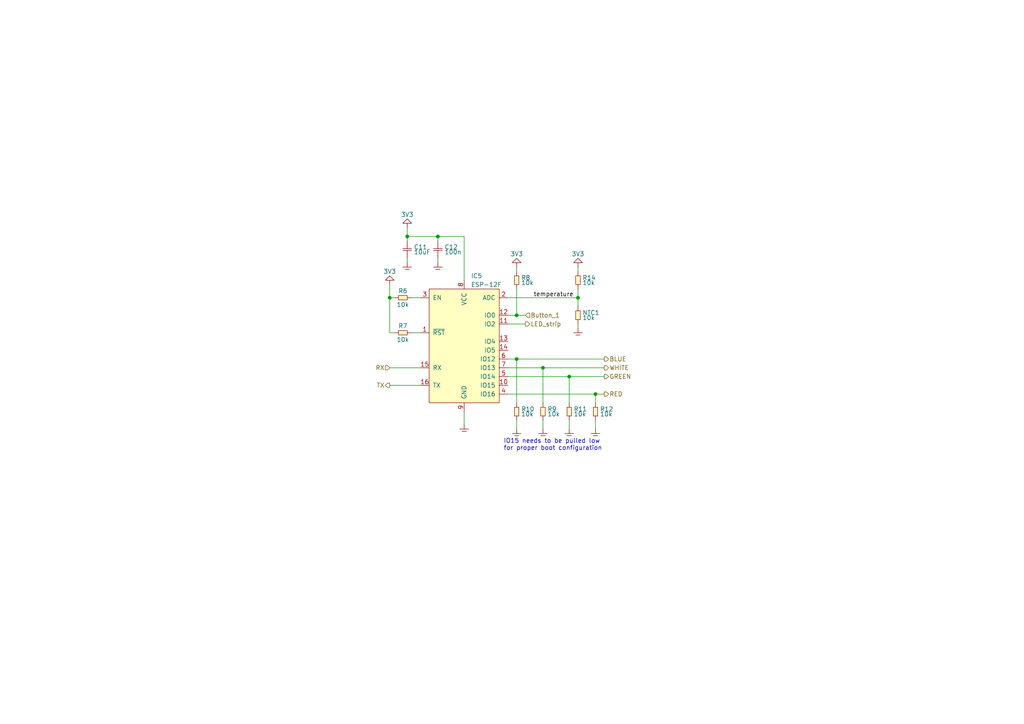
<source format=kicad_sch>
(kicad_sch (version 20230121) (generator eeschema)
  (paper "A4")
  (lib_symbols
    (symbol "generic:3V3" (power) (pin_numbers hide) (pin_names (offset 0) hide)
      (property "Value" "3V3" (at 0 3.81 0))
      (symbol "3V3_0_1"
        (polyline (pts (xy 0 0) (xy 0 1.27) (xy -1.27 1.27) (xy 0 2.54) (xy 1.27 1.27) (xy 0 1.27)))
      )
      (symbol "3V3_1_1"
        (pin power_in line (at 0 0 90) (length 2.54) hide (name "3V3") (number "~"))
      )
    )
    (symbol "generic:C" (pin_numbers hide) (pin_names (offset 0) hide)
      (property "Reference" "C" (at 2.54 0 0))
      (property "Value" "C" (at 2.54 -2.54 0))
      (symbol "C_0_1"
        (polyline (pts (xy -1.27 -0.254) (xy 1.27 -0.254)))
        (polyline (pts (xy 1.27 0.254) (xy -1.27 0.254)))
      )
      (symbol "C_1_1"
        (pin bidirectional line (at 0 2.54 270) (length 2.3114) (name "~") (number "1"))
        (pin bidirectional line (at 0 -2.54 90) (length 2.3114) (name "~") (number "2"))
      )
    )
    (symbol "generic:GND" (power) (pin_numbers hide) (pin_names (offset 0) hide)
      (symbol "GND_0_1"
        (polyline (pts (xy -1.27 -1.27) (xy 1.27 -1.27)))
        (polyline (pts (xy 0 -2.54) (xy 0 -2.54)))
        (polyline (pts (xy 0 -1.27) (xy 0 0)))
        (polyline (pts (xy 0.635 -1.905) (xy -0.635 -1.905)))
      )
      (symbol "GND_1_1"
        (pin power_in line (at 0 0 270) (length 2.54) hide (name "GND") (number "~"))
      )
    )
    (symbol "generic:R" (pin_numbers hide) (pin_names (offset 0) hide)
      (property "Reference" "R" (at 0 1.905 0))
      (property "Value" "R" (at 0 -2.54 0))
      (symbol "R_0_1"
        (rectangle (start -1.27 0.635) (end 1.27 -0.635) (fill (type background)))
      )
      (symbol "R_1_1"
        (pin bidirectional line (at -2.54 0 0) (length 1.27) (name "~") (number "1"))
        (pin bidirectional line (at 2.54 0 180) (length 1.27) (name "~") (number "2"))
      )
    )
    (symbol "modules:ESP-12F" (pin_names (offset 1.016))
      (property "Reference" "IC" (at 0 10.16 0))
      (property "Value" "ESP-12F" (at 0 7.62 0))
      (symbol "ESP-12F_0_1"
        (rectangle (start -10.16 17.78) (end 10.16 -15.24) (fill (type background)))
      )
      (symbol "ESP-12F_1_1"
        (pin input line (at -12.7 5.08 0) (length 2.54) (name "~{RST}") (number "1"))
        (pin bidirectional line (at 12.7 -10.16 180) (length 2.54) (name "IO15") (number "10"))
        (pin bidirectional line (at 12.7 7.62 180) (length 2.54) (name "IO2") (number "11"))
        (pin bidirectional line (at 12.7 10.16 180) (length 2.54) (name "IO0") (number "12"))
        (pin bidirectional line (at 12.7 2.54 180) (length 2.54) (name "IO4") (number "13"))
        (pin bidirectional line (at 12.7 0 180) (length 2.54) (name "IO5") (number "14"))
        (pin input line (at -12.7 -5.08 0) (length 2.54) (name "RX") (number "15"))
        (pin output line (at -12.7 -10.16 0) (length 2.54) (name "TX") (number "16"))
        (pin input line (at 12.7 15.24 180) (length 2.54) (name "ADC") (number "2"))
        (pin input line (at -12.7 15.24 0) (length 2.54) (name "EN") (number "3"))
        (pin bidirectional line (at 12.7 -12.7 180) (length 2.54) (name "IO16") (number "4"))
        (pin bidirectional line (at 12.7 -7.62 180) (length 2.54) (name "IO14") (number "5"))
        (pin bidirectional line (at 12.7 -2.54 180) (length 2.54) (name "IO12") (number "6"))
        (pin bidirectional line (at 12.7 -5.08 180) (length 2.54) (name "IO13") (number "7"))
        (pin power_in line (at 0 20.32 270) (length 2.54) (name "VCC") (number "8"))
        (pin power_out line (at 0 -17.78 90) (length 2.54) (name "GND") (number "9"))
      )
    )
  )
  (junction (at 113.03 86.36))
  (junction (at 149.86 91.44))
  (junction (at 172.72 114.3))
  (junction (at 165.1 109.22))
  (junction (at 167.64 86.36))
  (junction (at 157.48 106.68))
  (junction (at 118.11 68.58))
  (junction (at 127 68.58))
  (junction (at 149.86 104.14))
  (wire (pts (xy 113.03 82.55) (xy 113.03 86.36)))
  (wire (pts (xy 157.48 106.68) (xy 157.48 116.84)))
  (wire (pts (xy 134.62 68.58) (xy 127 68.58)))
  (wire (pts (xy 167.64 86.36) (xy 167.64 88.9)))
  (wire (pts (xy 165.1 109.22) (xy 165.1 116.84)))
  (wire (pts (xy 147.32 106.68) (xy 157.48 106.68)))
  (wire (pts (xy 114.3 86.36) (xy 113.03 86.36)))
  (wire (pts (xy 147.32 114.3) (xy 172.72 114.3)))
  (wire (pts (xy 127 74.93) (xy 127 76.2)))
  (wire (pts (xy 147.32 91.44) (xy 149.86 91.44)))
  (wire (pts (xy 134.62 81.28) (xy 134.62 68.58)))
  (wire (pts (xy 167.64 83.82) (xy 167.64 86.36)))
  (wire (pts (xy 127 68.58) (xy 127 69.85)))
  (wire (pts (xy 149.86 77.47) (xy 149.86 78.74)))
  (wire (pts (xy 157.48 106.68) (xy 175.26 106.68)))
  (wire (pts (xy 147.32 93.98) (xy 152.4 93.98)))
  (wire (pts (xy 167.64 77.47) (xy 167.64 78.74)))
  (wire (pts (xy 147.32 86.36) (xy 167.64 86.36)))
  (wire (pts (xy 121.92 86.36) (xy 119.38 86.36)))
  (wire (pts (xy 149.86 104.14) (xy 175.26 104.14)))
  (wire (pts (xy 149.86 121.92) (xy 149.86 124.46)))
  (wire (pts (xy 149.86 83.82) (xy 149.86 91.44)))
  (wire (pts (xy 165.1 109.22) (xy 175.26 109.22)))
  (wire (pts (xy 149.86 91.44) (xy 152.4 91.44)))
  (wire (pts (xy 113.03 111.76) (xy 121.92 111.76)))
  (wire (pts (xy 149.86 104.14) (xy 149.86 116.84)))
  (wire (pts (xy 121.92 96.52) (xy 119.38 96.52)))
  (wire (pts (xy 157.48 121.92) (xy 157.48 124.46)))
  (wire (pts (xy 147.32 109.22) (xy 165.1 109.22)))
  (wire (pts (xy 113.03 86.36) (xy 113.03 96.52)))
  (wire (pts (xy 147.32 104.14) (xy 149.86 104.14)))
  (wire (pts (xy 118.11 68.58) (xy 118.11 66.04)))
  (wire (pts (xy 172.72 121.92) (xy 172.72 124.46)))
  (wire (pts (xy 113.03 106.68) (xy 121.92 106.68)))
  (wire (pts (xy 165.1 121.92) (xy 165.1 124.46)))
  (wire (pts (xy 127 68.58) (xy 118.11 68.58)))
  (wire (pts (xy 118.11 74.93) (xy 118.11 76.2)))
  (wire (pts (xy 113.03 96.52) (xy 114.3 96.52)))
  (wire (pts (xy 172.72 114.3) (xy 172.72 116.84)))
  (wire (pts (xy 134.62 119.38) (xy 134.62 123.19)))
  (wire (pts (xy 118.11 68.58) (xy 118.11 69.85)))
  (wire (pts (xy 167.64 95.25) (xy 167.64 93.98)))
  (wire (pts (xy 172.72 114.3) (xy 175.26 114.3)))
  (text "IO15 needs to be pulled low \nfor proper boot configuration" (at 146.05 130.81 0) (effects (font (size 1.27 1.27)) (justify left bottom)))
  (label "temperature" (at 166.37 86.36 180))
  (hierarchical_label "LED_strip" (shape output) (at 152.4 93.98 0))
  (hierarchical_label "RED" (shape output) (at 175.26 114.3 0))
  (hierarchical_label "Button_1" (shape input) (at 152.4 91.44 0))
  (hierarchical_label "GREEN" (shape output) (at 175.26 109.22 0))
  (hierarchical_label "RX" (shape input) (at 113.03 106.68 180))
  (hierarchical_label "TX" (shape output) (at 113.03 111.76 180))
  (hierarchical_label "BLUE" (shape output) (at 175.26 104.14 0))
  (hierarchical_label "WHITE" (shape output) (at 175.26 106.68 0))
  (symbol (lib_id "generic:R") (at 167.64 81.28 90) (unit 1)
    (property "Reference" "R14" (at 168.91 81.28 90) (effects (justify right top)))
    (property "Value" "10k" (at 168.91 81.28 90) (effects (justify right bottom)))
    (property "Footprint" "SMT:0603" (effects hide))
  )
  (symbol (lib_id "generic:R") (at 157.48 119.38 90) (unit 1)
    (property "Reference" "R9" (at 158.75 119.38 90) (effects (justify right top)))
    (property "Value" "10k" (at 158.75 119.38 90) (effects (justify right bottom)))
    (property "Footprint" "SMT:0603" (effects hide))
  )
  (symbol (lib_id "generic:C") (at 127 72.39 0) (unit 1)
    (property "Reference" "C12" (at 128.905 72.39 0) (effects (justify left bottom)))
    (property "Value" "100n" (at 128.905 72.39 0) (effects (justify left top)))
    (property "Footprint" "SMT:0603" (effects hide))
  )
  (symbol (lib_id "generic:R") (at 167.64 91.44 90) (unit 1)
    (property "Reference" "NTC1" (at 168.91 91.44 90) (effects (justify right top)))
    (property "Value" "10k" (at 168.91 91.44 90) (effects (justify right bottom)))
    (property "Footprint" "SMT:0603" (effects hide))
  )
  (symbol (lib_id "generic:3V3") (at 118.11 66.04 0) (unit 1)
    (property "Reference" "#3V0103" (effects hide))
    (property "Value" "3V3" (at 118.11 62.23 0))
  )
  (symbol (lib_id "generic:C") (at 118.11 72.39 0) (unit 1)
    (property "Reference" "C11" (at 120.015 72.39 0) (effects (justify left bottom)))
    (property "Value" "10uF" (at 120.015 72.39 0) (effects (justify left top)))
    (property "Footprint" "SMT:0603" (effects hide))
  )
  (symbol (lib_id "generic:3V3") (at 113.03 82.55 0) (unit 1)
    (property "Reference" "#3V0102" (effects hide))
    (property "Value" "3V3" (at 113.03 78.74 0))
  )
  (symbol (lib_id "generic:GND") (at 127 76.2 0) (unit 1)
    (property "Reference" "#GND0126" (effects hide))
    (property "Value" "GND" (effects hide))
  )
  (symbol (lib_id "generic:GND") (at 134.62 123.19 0) (unit 1)
    (property "Reference" "#GND0128" (effects hide))
    (property "Value" "GND" (effects hide))
  )
  (symbol (lib_id "generic:3V3") (at 167.64 77.47 0) (unit 1)
    (property "Reference" "#3V0104" (effects hide))
    (property "Value" "3V3" (at 167.64 73.66 0))
  )
  (symbol (lib_id "generic:R") (at 172.72 119.38 90) (unit 1)
    (property "Reference" "R12" (at 173.99 119.38 90) (effects (justify right top)))
    (property "Value" "10k" (at 173.99 119.38 90) (effects (justify right bottom)))
    (property "Footprint" "SMT:0603" (effects hide))
  )
  (symbol (lib_id "generic:GND") (at 149.86 124.46 0) (unit 1)
    (property "Reference" "#GND0130" (effects hide))
    (property "Value" "GND" (effects hide))
  )
  (symbol (lib_id "generic:GND") (at 165.1 124.46 0) (unit 1)
    (property "Reference" "#GND0131" (effects hide))
    (property "Value" "GND" (effects hide))
  )
  (symbol (lib_id "generic:R") (at 165.1 119.38 90) (unit 1)
    (property "Reference" "R11" (at 166.37 119.38 90) (effects (justify right top)))
    (property "Value" "10k" (at 166.37 119.38 90) (effects (justify right bottom)))
    (property "Footprint" "SMT:0603" (effects hide))
  )
  (symbol (lib_id "generic:R") (at 149.86 119.38 90) (unit 1)
    (property "Reference" "R10" (at 151.13 119.38 90) (effects (justify right top)))
    (property "Value" "10k" (at 151.13 119.38 90) (effects (justify right bottom)))
    (property "Footprint" "SMT:0603" (effects hide))
  )
  (symbol (lib_id "generic:R") (at 116.84 86.36 180) (unit 1)
    (property "Reference" "R6" (at 116.84 85.09 0) (effects (justify top)))
    (property "Value" "10k" (at 116.84 87.63 0) (effects (justify bottom)))
    (property "Footprint" "SMT:0603" (effects hide))
  )
  (symbol (lib_id "generic:GND") (at 118.11 76.2 0) (unit 1)
    (property "Reference" "#GND0125" (effects hide))
    (property "Value" "GND" (effects hide))
  )
  (symbol (lib_id "generic:R") (at 149.86 81.28 90) (unit 1)
    (property "Reference" "R8" (at 151.13 81.28 90) (effects (justify right top)))
    (property "Value" "10k" (at 151.13 81.28 90) (effects (justify right bottom)))
    (property "Footprint" "SMT:0603" (effects hide))
  )
  (symbol (lib_id "generic:R") (at 116.84 96.52 0) (unit 1)
    (property "Reference" "R7" (at 116.84 95.25 0) (effects (justify bottom)))
    (property "Value" "10k" (at 116.84 97.79 0) (effects (justify top)))
    (property "Footprint" "SMT:0603" (effects hide))
  )
  (symbol (lib_id "modules:ESP-12F") (at 134.62 101.6 0) (unit 1)
    (property "Reference" "IC5" (at 136.5759 80.01 0) (effects (justify left)))
    (property "Value" "ESP-12F" (at 136.5759 82.55 0) (effects (justify left)))
    (property "Footprint" "espressif:ESP-12F" (effects hide))
  )
  (symbol (lib_id "generic:GND") (at 157.48 124.46 0) (unit 1)
    (property "Reference" "#GND0129" (effects hide))
    (property "Value" "GND" (effects hide))
  )
  (symbol (lib_id "generic:GND") (at 172.72 124.46 0) (unit 1)
    (property "Reference" "#GND0132" (effects hide))
    (property "Value" "GND" (effects hide))
  )
  (symbol (lib_id "generic:3V3") (at 149.86 77.47 0) (unit 1)
    (property "Reference" "#3V0105" (effects hide))
    (property "Value" "3V3" (at 149.86 73.66 0))
  )
  (symbol (lib_id "generic:GND") (at 167.64 95.25 0) (unit 1)
    (property "Reference" "#GND0127" (effects hide))
    (property "Value" "GND" (effects hide))
  )
)
</source>
